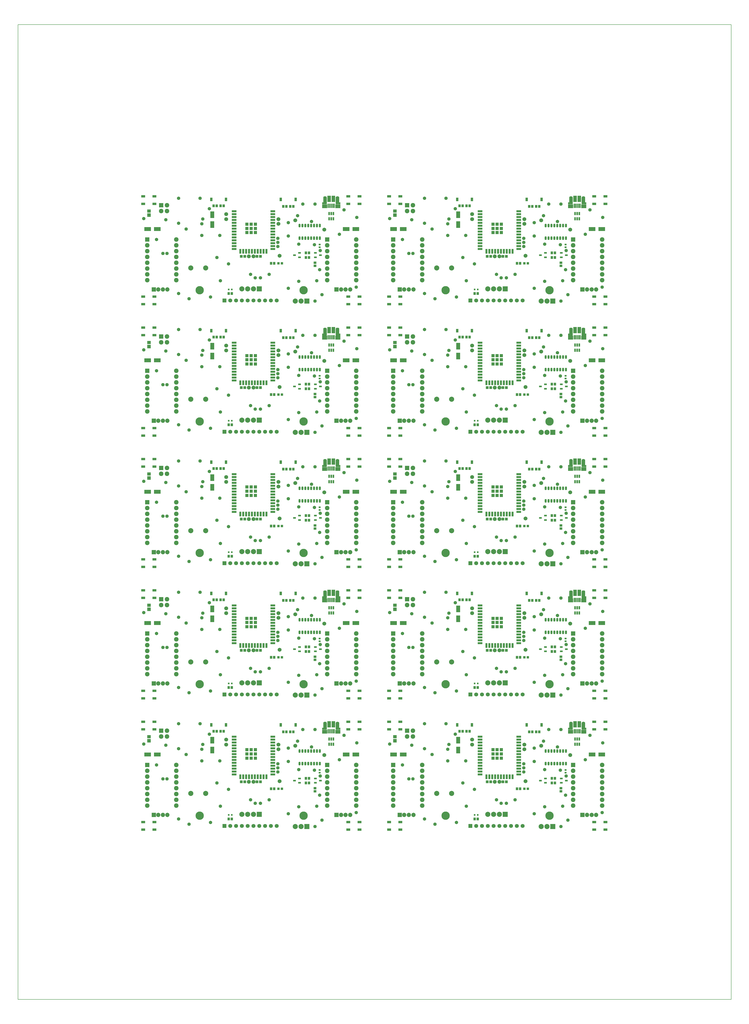
<source format=gts>
%FSTAX23Y23*%
%MOIN*%
%SFA1B1*%

%IPPOS*%
%AMD53*
4,1,8,0.016200,-0.022700,0.016200,0.022700,0.009200,0.029800,-0.009200,0.029800,-0.016200,0.022700,-0.016200,-0.022700,-0.009200,-0.029800,0.009200,-0.029800,0.016200,-0.022700,0.0*
1,1,0.014100,0.009200,-0.022700*
1,1,0.014100,0.009200,0.022700*
1,1,0.014100,-0.009200,0.022700*
1,1,0.014100,-0.009200,-0.022700*
%
%ADD15C,0.005000*%
%ADD18R,0.035430X0.029530*%
%ADD21R,0.025590X0.027560*%
%ADD28R,0.078740X0.035430*%
%ADD29R,0.035430X0.078740*%
%ADD30R,0.052360X0.052360*%
%ADD39R,0.070990X0.118240*%
%ADD40R,0.047370X0.043430*%
%ADD41R,0.118240X0.070990*%
%ADD42R,0.043430X0.047370*%
%ADD43R,0.031620X0.055240*%
%ADD44R,0.039500X0.039500*%
%ADD45R,0.023750X0.076900*%
%ADD46R,0.064100X0.106420*%
%ADD47R,0.067060X0.043430*%
%ADD48R,0.051310X0.031620*%
%ADD49R,0.041470X0.045400*%
%ADD50R,0.063120X0.063000*%
%ADD51R,0.063120X0.055240*%
%ADD52R,0.043430X0.063120*%
G04~CAMADD=53~8~0.0~0.0~595.8~324.1~70.5~0.0~15~0.0~0.0~0.0~0.0~0~0.0~0.0~0.0~0.0~0~0.0~0.0~0.0~270.0~324.0~596.0*
%ADD53D53*%
%ADD54C,0.067060*%
%ADD55R,0.045400X0.045400*%
%ADD56O,0.040000X0.057480*%
%ADD57O,0.055240X0.102490*%
%ADD58C,0.073000*%
%ADD59R,0.073000X0.073000*%
%ADD60C,0.088000*%
%ADD61R,0.088000X0.088000*%
%ADD62R,0.068000X0.068000*%
%ADD63C,0.068000*%
%ADD64C,0.008000*%
%ADD65C,0.078000*%
%ADD66R,0.078000X0.078000*%
%ADD67C,0.143430*%
%ADD68C,0.058000*%
%LNcontrolboardv1-1*%
%LPD*%
G36*
X05239Y04642D02*
X05326D01*
Y04577*
X05239*
Y04642*
G37*
G54D15*
X0Y0D02*
X12286D01*
Y16786*
X0*
Y0*
G36*
X05239Y04679D02*
X0526D01*
Y0476*
X0526Y04761*
X0526Y04762*
X0526Y04763*
X0526Y04764*
X0526Y04765*
X05261Y04766*
X05261Y04767*
X05261Y04768*
X05262Y04769*
X05262Y0477*
X05263Y04771*
X05263Y04772*
X05264Y04772*
X05265Y04773*
X05265Y04774*
X05266Y04775*
X05267Y04775*
X05268Y04776*
X05269Y04777*
X0527Y04777*
X0527Y04778*
X05271Y04778*
X05272Y04778*
X05273Y04779*
X05274Y04779*
X05275Y04779*
X05276Y04779*
X05277Y0478*
X05278Y0478*
X05279Y0478*
X05299*
X053Y0478*
X05301Y0478*
X05302Y04779*
X05303Y04779*
X05304Y04779*
X05305Y04779*
X05306Y04778*
X05307Y04778*
X05308Y04778*
X05309Y04777*
X0531Y04777*
X05311Y04776*
X05311Y04775*
X05312Y04775*
X05313Y04774*
X05314Y04773*
X05314Y04772*
X05315Y04772*
X05316Y04771*
X05316Y0477*
X05317Y04769*
X05317Y04768*
X05317Y04767*
X05318Y04766*
X05318Y04765*
X05318Y04764*
X05318Y04763*
X05319Y04762*
X05319Y04761*
X05319Y0476*
Y04644*
X05239*
Y04679*
G37*
G36*
X05467Y04642D02*
X05554D01*
Y04577*
X05467*
Y04642*
G37*
G36*
X05474Y0476D02*
X05474Y04761D01*
X05474Y04762*
X05474Y04763*
X05475Y04764*
X05475Y04765*
X05475Y04766*
X05476Y04767*
X05476Y04768*
X05476Y04769*
X05477Y0477*
X05477Y04771*
X05478Y04772*
X05479Y04772*
X05479Y04773*
X0548Y04774*
X05481Y04775*
X05482Y04775*
X05482Y04776*
X05483Y04777*
X05484Y04777*
X05485Y04778*
X05486Y04778*
X05487Y04778*
X05488Y04779*
X05489Y04779*
X0549Y04779*
X05491Y04779*
X05492Y0478*
X05493Y0478*
X05494Y0478*
X05514*
X05515Y0478*
X05516Y0478*
X05517Y04779*
X05518Y04779*
X05519Y04779*
X0552Y04779*
X05521Y04778*
X05522Y04778*
X05523Y04778*
X05523Y04777*
X05524Y04777*
X05525Y04776*
X05526Y04775*
X05527Y04775*
X05528Y04774*
X05528Y04773*
X05529Y04772*
X0553Y04772*
X0553Y04771*
X05531Y0477*
X05531Y04769*
X05532Y04768*
X05532Y04767*
X05532Y04766*
X05533Y04765*
X05533Y04764*
X05533Y04763*
X05533Y04762*
X05533Y04761*
X05533Y0476*
Y04679*
X05554*
Y04644*
X05474*
Y0476*
G37*
G54D18*
X05196Y03905D03*
Y03952D03*
G54D21*
X0363Y03178D03*
X03683D03*
G54D28*
X03722Y04523D03*
Y04473D03*
Y04423D03*
Y04373D03*
Y04323D03*
Y04273D03*
Y04223D03*
Y04173D03*
Y04123D03*
Y04073D03*
Y04023D03*
Y03973D03*
Y03923D03*
Y03873D03*
X04391D03*
Y03923D03*
Y03973D03*
Y04023D03*
Y04073D03*
Y04123D03*
Y04173D03*
Y04223D03*
Y04273D03*
Y04323D03*
Y04373D03*
Y04423D03*
Y04473D03*
Y04523D03*
G54D29*
X03831Y03834D03*
X03881D03*
X03931D03*
X03981D03*
X04031D03*
X04081D03*
X04131D03*
X04181D03*
X04231D03*
X04281D03*
G54D30*
X03945Y043D03*
X04017D03*
X04089D03*
X03945Y04228D03*
X04017D03*
X04089D03*
X03945Y04156D03*
X04017D03*
X04089D03*
G54D39*
X03346Y04294D03*
Y04463D03*
G54D40*
X05116Y03585D03*
Y03638D03*
G54D41*
X05821Y04218D03*
X05652D03*
X02232D03*
X02401D03*
G54D42*
X0363Y03108D03*
X03683D03*
G54D43*
X05359Y04484D03*
X05396D03*
X05434D03*
Y04393D03*
X05396D03*
X05359D03*
G54D44*
X04546Y03628D03*
X04487D03*
G54D45*
X05448Y04617D03*
X05422D03*
X05396D03*
X05371D03*
X05345D03*
G54D46*
X05434Y04738D03*
X05359D03*
G54D47*
X02349Y04652D03*
Y04782D03*
X02156Y04652D03*
Y04782D03*
Y03053D03*
Y02924D03*
X02349Y03053D03*
Y02924D03*
X0569Y03053D03*
Y02924D03*
X05883Y03053D03*
Y02924D03*
X0569Y04782D03*
Y04652D03*
X05883Y04782D03*
Y04652D03*
G54D48*
X0521Y03768D03*
X05123Y03731D03*
Y03806D03*
X04763Y03768D03*
X0485Y03806D03*
Y03731D03*
G54D49*
X05012Y03808D03*
X04961D03*
X05012Y03728D03*
X04961D03*
X04691Y04608D03*
X04742D03*
X03422Y04618D03*
X03371D03*
X04412Y03628D03*
X04361D03*
X04571Y04608D03*
X04622D03*
X03542Y04618D03*
X03491D03*
G54D50*
X02256Y04455D03*
G54D51*
X02256Y04525D03*
G54D52*
X04782Y04728D03*
X04526D03*
X03329D03*
X03584D03*
G54D53*
X05201Y0406D03*
X05151D03*
X05101D03*
X05051D03*
X05001D03*
X04951D03*
X04901D03*
X04851D03*
Y04277D03*
X04901D03*
X04951D03*
X05001D03*
X05051D03*
X05101D03*
X05151D03*
X05201D03*
G54D54*
X03586Y04388D03*
X04776Y04368D03*
X05276Y04208D03*
X03586Y04473D03*
X04486Y04388D03*
Y04308D03*
X04056Y03748D03*
X03976D03*
X04506Y03758D03*
G54D55*
X03847Y03748D03*
X03906D03*
X04176D03*
X04117D03*
G54D56*
X05492Y04609D03*
X05301D03*
G54D57*
X05504Y04728D03*
X05289D03*
G54D58*
X02418Y03178D03*
X02496D03*
X02575D03*
X05566D03*
X05645D03*
X05724D03*
G54D59*
X02339Y03178D03*
X05488D03*
G54D60*
X03856Y03188D03*
X04056D03*
X03956D03*
X04776Y02978D03*
X04876D03*
X03232Y03548D03*
X02976D03*
G54D61*
X04156Y03188D03*
X04976Y02978D03*
G54D62*
X03556Y02988D03*
G54D63*
X03656Y02988D03*
X03756D03*
X03856D03*
X03956D03*
X04056D03*
X04156D03*
X04256D03*
X04356D03*
X04456D03*
G54D64*
X02976Y03548D03*
G54D65*
X02726Y04038D03*
Y03838D03*
Y03938D03*
Y03738D03*
Y03638D03*
Y03538D03*
Y03438D03*
Y03338D03*
X02226D03*
Y03438D03*
Y03538D03*
Y03638D03*
Y03738D03*
Y03838D03*
Y03938D03*
X05826Y04038D03*
Y03838D03*
Y03938D03*
Y03738D03*
Y03638D03*
Y03538D03*
Y03438D03*
Y03338D03*
X05326D03*
Y03438D03*
Y03538D03*
Y03638D03*
Y03738D03*
Y03838D03*
Y03938D03*
X02466Y04528D03*
X02566Y04628D03*
Y04528D03*
G54D66*
X02226Y04038D03*
X05326D03*
X02466Y04628D03*
G54D67*
X03129Y03165D03*
X04921D03*
G54D68*
X05536Y04128D03*
X02566Y03798D03*
X02496D03*
X02386Y04038D03*
X03426Y03728D03*
X02546Y04378D03*
X02896Y04218D03*
X04086Y03378D03*
X04006Y03438D03*
X05236Y03088D03*
X05116Y02978D03*
X04326Y03438D03*
X04176Y03378D03*
X04476Y03918D03*
X05056Y04348D03*
X04656Y04098D03*
X05106Y03948D03*
X02766Y03108D03*
X03626Y03618D03*
X03486Y03328D03*
X03316Y03048D03*
X03476Y04108D03*
X03166D03*
X02766Y04318D03*
X04656Y03198D03*
X04836Y03318D03*
X05196Y03518D03*
X05146Y03328D03*
X05826Y03218D03*
X03166Y04308D03*
X02166Y04398D03*
X02766Y04748D03*
X03136D03*
X04836Y03958D03*
X04906Y04648D03*
X05116D03*
X05616Y04548D03*
X05836Y04418D03*
X02946Y03018D03*
X05206Y03848D03*
X04816Y04448D03*
X04656Y04328D03*
X03184Y0439D03*
X03296Y04568D03*
X04476Y04058D03*
Y03988D03*
G36*
X09476Y04642D02*
X09563D01*
Y04577*
X09476*
Y04642*
G37*
G36*
Y04679D02*
X09497D01*
Y0476*
X09497Y04761*
X09497Y04762*
X09497Y04763*
X09497Y04764*
X09497Y04765*
X09498Y04766*
X09498Y04767*
X09498Y04768*
X09499Y04769*
X09499Y0477*
X095Y04771*
X095Y04772*
X09501Y04772*
X09502Y04773*
X09502Y04774*
X09503Y04775*
X09504Y04775*
X09505Y04776*
X09506Y04777*
X09507Y04777*
X09507Y04778*
X09508Y04778*
X09509Y04778*
X0951Y04779*
X09511Y04779*
X09512Y04779*
X09513Y04779*
X09514Y0478*
X09515Y0478*
X09516Y0478*
X09536*
X09537Y0478*
X09538Y0478*
X09539Y04779*
X0954Y04779*
X09541Y04779*
X09542Y04779*
X09543Y04778*
X09544Y04778*
X09545Y04778*
X09546Y04777*
X09547Y04777*
X09548Y04776*
X09548Y04775*
X09549Y04775*
X0955Y04774*
X09551Y04773*
X09551Y04772*
X09552Y04772*
X09553Y04771*
X09553Y0477*
X09554Y04769*
X09554Y04768*
X09554Y04767*
X09555Y04766*
X09555Y04765*
X09555Y04764*
X09556Y04763*
X09556Y04762*
X09556Y04761*
X09556Y0476*
Y04644*
X09476*
Y04679*
G37*
G36*
X09704Y04642D02*
X09791D01*
Y04577*
X09704*
Y04642*
G37*
G36*
X09711Y0476D02*
X09711Y04761D01*
X09711Y04762*
X09712Y04763*
X09712Y04764*
X09712Y04765*
X09712Y04766*
X09713Y04767*
X09713Y04768*
X09713Y04769*
X09714Y0477*
X09714Y04771*
X09715Y04772*
X09716Y04772*
X09716Y04773*
X09717Y04774*
X09718Y04775*
X09719Y04775*
X09719Y04776*
X0972Y04777*
X09721Y04777*
X09722Y04778*
X09723Y04778*
X09724Y04778*
X09725Y04779*
X09726Y04779*
X09727Y04779*
X09728Y04779*
X09729Y0478*
X0973Y0478*
X09731Y0478*
X09751*
X09752Y0478*
X09753Y0478*
X09754Y04779*
X09755Y04779*
X09756Y04779*
X09757Y04779*
X09758Y04778*
X09759Y04778*
X0976Y04778*
X0976Y04777*
X09761Y04777*
X09762Y04776*
X09763Y04775*
X09764Y04775*
X09765Y04774*
X09765Y04773*
X09766Y04772*
X09767Y04772*
X09767Y04771*
X09768Y0477*
X09768Y04769*
X09769Y04768*
X09769Y04767*
X09769Y04766*
X0977Y04765*
X0977Y04764*
X0977Y04763*
X0977Y04762*
X0977Y04761*
X0977Y0476*
Y04679*
X09791*
Y04644*
X09711*
Y0476*
G37*
G54D18*
X09434Y03905D03*
Y03952D03*
G54D21*
X07867Y03178D03*
X0792D03*
G54D28*
X07959Y04523D03*
Y04473D03*
Y04423D03*
Y04373D03*
Y04323D03*
Y04273D03*
Y04223D03*
Y04173D03*
Y04123D03*
Y04073D03*
Y04023D03*
Y03973D03*
Y03923D03*
Y03873D03*
X08628D03*
Y03923D03*
Y03973D03*
Y04023D03*
Y04073D03*
Y04123D03*
Y04173D03*
Y04223D03*
Y04273D03*
Y04323D03*
Y04373D03*
Y04423D03*
Y04473D03*
Y04523D03*
G54D29*
X08069Y03834D03*
X08119D03*
X08169D03*
X08219D03*
X08269D03*
X08319D03*
X08369D03*
X08419D03*
X08469D03*
X08519D03*
G54D30*
X08182Y043D03*
X08254D03*
X08326D03*
X08182Y04228D03*
X08254D03*
X08326D03*
X08182Y04156D03*
X08254D03*
X08326D03*
G54D39*
X07584Y04294D03*
Y04463D03*
G54D40*
X09354Y03585D03*
Y03638D03*
G54D41*
X10058Y04218D03*
X09889D03*
X06469D03*
X06638D03*
G54D42*
X07867Y03108D03*
X0792D03*
G54D43*
X09596Y04484D03*
X09634D03*
X09671D03*
Y04393D03*
X09634D03*
X09596D03*
G54D44*
X08783Y03628D03*
X08724D03*
G54D45*
X09685Y04617D03*
X09659D03*
X09634D03*
X09608D03*
X09582D03*
G54D46*
X09671Y04738D03*
X09596D03*
G54D47*
X06586Y04652D03*
Y04782D03*
X06393Y04652D03*
Y04782D03*
Y03053D03*
Y02924D03*
X06586Y03053D03*
Y02924D03*
X09927Y03053D03*
Y02924D03*
X1012Y03053D03*
Y02924D03*
X09927Y04782D03*
Y04652D03*
X1012Y04782D03*
Y04652D03*
G54D48*
X09447Y03768D03*
X0936Y03731D03*
Y03806D03*
X09Y03768D03*
X09087Y03806D03*
Y03731D03*
G54D49*
X09249Y03808D03*
X09198D03*
X09249Y03728D03*
X09198D03*
X08928Y04608D03*
X08979D03*
X07659Y04618D03*
X07608D03*
X08649Y03628D03*
X08598D03*
X08808Y04608D03*
X08859D03*
X07779Y04618D03*
X07728D03*
G54D50*
X06494Y04455D03*
G54D51*
X06494Y04525D03*
G54D52*
X09019Y04728D03*
X08764D03*
X07566D03*
X07821D03*
G54D53*
X09439Y0406D03*
X09389D03*
X09339D03*
X09289D03*
X09239D03*
X09189D03*
X09139D03*
X09089D03*
Y04277D03*
X09139D03*
X09189D03*
X09239D03*
X09289D03*
X09339D03*
X09389D03*
X09439D03*
G54D54*
X07824Y04388D03*
X09014Y04368D03*
X09514Y04208D03*
X07824Y04473D03*
X08724Y04388D03*
Y04308D03*
X08294Y03748D03*
X08214D03*
X08744Y03758D03*
G54D55*
X08084Y03748D03*
X08144D03*
X08413D03*
X08354D03*
G54D56*
X09729Y04609D03*
X09538D03*
G54D57*
X09741Y04728D03*
X09526D03*
G54D58*
X06655Y03178D03*
X06734D03*
X06812D03*
X09804D03*
X09882D03*
X09961D03*
G54D59*
X06576Y03178D03*
X09725D03*
G54D60*
X08094Y03188D03*
X08294D03*
X08194D03*
X09014Y02978D03*
X09114D03*
X07469Y03548D03*
X07214D03*
G54D61*
X08394Y03188D03*
X09214Y02978D03*
G54D62*
X07794Y02988D03*
G54D63*
X07894Y02988D03*
X07994D03*
X08094D03*
X08194D03*
X08294D03*
X08394D03*
X08494D03*
X08594D03*
X08694D03*
G54D64*
X07214Y03548D03*
G54D65*
X06964Y04038D03*
Y03838D03*
Y03938D03*
Y03738D03*
Y03638D03*
Y03538D03*
Y03438D03*
Y03338D03*
X06464D03*
Y03438D03*
Y03538D03*
Y03638D03*
Y03738D03*
Y03838D03*
Y03938D03*
X10064Y04038D03*
Y03838D03*
Y03938D03*
Y03738D03*
Y03638D03*
Y03538D03*
Y03438D03*
Y03338D03*
X09564D03*
Y03438D03*
Y03538D03*
Y03638D03*
Y03738D03*
Y03838D03*
Y03938D03*
X06704Y04528D03*
X06804Y04628D03*
Y04528D03*
G54D66*
X06464Y04038D03*
X09564D03*
X06704Y04628D03*
G54D67*
X07366Y03165D03*
X09158D03*
G54D68*
X09774Y04128D03*
X06804Y03798D03*
X06734D03*
X06624Y04038D03*
X07664Y03728D03*
X06784Y04378D03*
X07134Y04218D03*
X08324Y03378D03*
X08244Y03438D03*
X09474Y03088D03*
X09354Y02978D03*
X08564Y03438D03*
X08414Y03378D03*
X08714Y03918D03*
X09294Y04348D03*
X08894Y04098D03*
X09344Y03948D03*
X07004Y03108D03*
X07864Y03618D03*
X07724Y03328D03*
X07554Y03048D03*
X07714Y04108D03*
X07404D03*
X07004Y04318D03*
X08894Y03198D03*
X09074Y03318D03*
X09434Y03518D03*
X09384Y03328D03*
X10064Y03218D03*
X07404Y04308D03*
X06404Y04398D03*
X07004Y04748D03*
X07374D03*
X09074Y03958D03*
X09144Y04648D03*
X09354D03*
X09854Y04548D03*
X10074Y04418D03*
X07184Y03018D03*
X09444Y03848D03*
X09054Y04448D03*
X08894Y04328D03*
X07422Y0439D03*
X07534Y04568D03*
X08714Y04058D03*
Y03988D03*
G36*
X05239Y06904D02*
X05326D01*
Y06839*
X05239*
Y06904*
G37*
G36*
Y06941D02*
X0526D01*
Y07022*
X0526Y07023*
X0526Y07024*
X0526Y07025*
X0526Y07026*
X0526Y07027*
X05261Y07028*
X05261Y07029*
X05261Y0703*
X05262Y07031*
X05262Y07032*
X05263Y07033*
X05263Y07034*
X05264Y07034*
X05265Y07035*
X05265Y07036*
X05266Y07037*
X05267Y07037*
X05268Y07038*
X05269Y07039*
X0527Y07039*
X0527Y0704*
X05271Y0704*
X05272Y0704*
X05273Y07041*
X05274Y07041*
X05275Y07041*
X05276Y07041*
X05277Y07042*
X05278Y07042*
X05279Y07042*
X05299*
X053Y07042*
X05301Y07042*
X05302Y07041*
X05303Y07041*
X05304Y07041*
X05305Y07041*
X05306Y0704*
X05307Y0704*
X05308Y0704*
X05309Y07039*
X0531Y07039*
X05311Y07038*
X05311Y07037*
X05312Y07037*
X05313Y07036*
X05314Y07035*
X05314Y07034*
X05315Y07034*
X05316Y07033*
X05316Y07032*
X05317Y07031*
X05317Y0703*
X05317Y07029*
X05318Y07028*
X05318Y07027*
X05318Y07026*
X05318Y07025*
X05319Y07024*
X05319Y07023*
X05319Y07022*
Y06906*
X05239*
Y06941*
G37*
G36*
X05467Y06904D02*
X05554D01*
Y06839*
X05467*
Y06904*
G37*
G36*
X05474Y07022D02*
X05474Y07023D01*
X05474Y07024*
X05474Y07025*
X05475Y07026*
X05475Y07027*
X05475Y07028*
X05476Y07029*
X05476Y0703*
X05476Y07031*
X05477Y07032*
X05477Y07033*
X05478Y07034*
X05479Y07034*
X05479Y07035*
X0548Y07036*
X05481Y07037*
X05482Y07037*
X05482Y07038*
X05483Y07039*
X05484Y07039*
X05485Y0704*
X05486Y0704*
X05487Y0704*
X05488Y07041*
X05489Y07041*
X0549Y07041*
X05491Y07041*
X05492Y07042*
X05493Y07042*
X05494Y07042*
X05514*
X05515Y07042*
X05516Y07042*
X05517Y07041*
X05518Y07041*
X05519Y07041*
X0552Y07041*
X05521Y0704*
X05522Y0704*
X05523Y0704*
X05523Y07039*
X05524Y07039*
X05525Y07038*
X05526Y07037*
X05527Y07037*
X05528Y07036*
X05528Y07035*
X05529Y07034*
X0553Y07034*
X0553Y07033*
X05531Y07032*
X05531Y07031*
X05532Y0703*
X05532Y07029*
X05532Y07028*
X05533Y07027*
X05533Y07026*
X05533Y07025*
X05533Y07024*
X05533Y07023*
X05533Y07022*
Y06941*
X05554*
Y06906*
X05474*
Y07022*
G37*
G54D18*
X05196Y06167D03*
Y06214D03*
G54D21*
X0363Y0544D03*
X03683D03*
G54D28*
X03722Y06785D03*
Y06735D03*
Y06685D03*
Y06635D03*
Y06585D03*
Y06535D03*
Y06485D03*
Y06435D03*
Y06385D03*
Y06335D03*
Y06285D03*
Y06235D03*
Y06185D03*
Y06135D03*
X04391D03*
Y06185D03*
Y06235D03*
Y06285D03*
Y06335D03*
Y06385D03*
Y06435D03*
Y06485D03*
Y06535D03*
Y06585D03*
Y06635D03*
Y06685D03*
Y06735D03*
Y06785D03*
G54D29*
X03831Y06096D03*
X03881D03*
X03931D03*
X03981D03*
X04031D03*
X04081D03*
X04131D03*
X04181D03*
X04231D03*
X04281D03*
G54D30*
X03945Y06562D03*
X04017D03*
X04089D03*
X03945Y0649D03*
X04017D03*
X04089D03*
X03945Y06418D03*
X04017D03*
X04089D03*
G54D39*
X03346Y06556D03*
Y06725D03*
G54D40*
X05116Y05847D03*
Y059D03*
G54D41*
X05821Y0648D03*
X05652D03*
X02232D03*
X02401D03*
G54D42*
X0363Y0537D03*
X03683D03*
G54D43*
X05359Y06746D03*
X05396D03*
X05434D03*
Y06655D03*
X05396D03*
X05359D03*
G54D44*
X04546Y0589D03*
X04487D03*
G54D45*
X05448Y06879D03*
X05422D03*
X05396D03*
X05371D03*
X05345D03*
G54D46*
X05434Y07D03*
X05359D03*
G54D47*
X02349Y06914D03*
Y07044D03*
X02156Y06914D03*
Y07044D03*
Y05315D03*
Y05186D03*
X02349Y05315D03*
Y05186D03*
X0569Y05315D03*
Y05186D03*
X05883Y05315D03*
Y05186D03*
X0569Y07044D03*
Y06914D03*
X05883Y07044D03*
Y06914D03*
G54D48*
X0521Y0603D03*
X05123Y05993D03*
Y06068D03*
X04763Y0603D03*
X0485Y06068D03*
Y05993D03*
G54D49*
X05012Y0607D03*
X04961D03*
X05012Y0599D03*
X04961D03*
X04691Y0687D03*
X04742D03*
X03422Y0688D03*
X03371D03*
X04412Y0589D03*
X04361D03*
X04571Y0687D03*
X04622D03*
X03542Y0688D03*
X03491D03*
G54D50*
X02256Y06717D03*
G54D51*
X02256Y06787D03*
G54D52*
X04782Y0699D03*
X04526D03*
X03329D03*
X03584D03*
G54D53*
X05201Y06322D03*
X05151D03*
X05101D03*
X05051D03*
X05001D03*
X04951D03*
X04901D03*
X04851D03*
Y06539D03*
X04901D03*
X04951D03*
X05001D03*
X05051D03*
X05101D03*
X05151D03*
X05201D03*
G54D54*
X03586Y0665D03*
X04776Y0663D03*
X05276Y0647D03*
X03586Y06735D03*
X04486Y0665D03*
Y0657D03*
X04056Y0601D03*
X03976D03*
X04506Y0602D03*
G54D55*
X03847Y0601D03*
X03906D03*
X04176D03*
X04117D03*
G54D56*
X05492Y06871D03*
X05301D03*
G54D57*
X05504Y0699D03*
X05289D03*
G54D58*
X02418Y0544D03*
X02496D03*
X02575D03*
X05566D03*
X05645D03*
X05724D03*
G54D59*
X02339Y0544D03*
X05488D03*
G54D60*
X03856Y0545D03*
X04056D03*
X03956D03*
X04776Y0524D03*
X04876D03*
X03232Y0581D03*
X02976D03*
G54D61*
X04156Y0545D03*
X04976Y0524D03*
G54D62*
X03556Y0525D03*
G54D63*
X03656Y0525D03*
X03756D03*
X03856D03*
X03956D03*
X04056D03*
X04156D03*
X04256D03*
X04356D03*
X04456D03*
G54D64*
X02976Y0581D03*
G54D65*
X02726Y063D03*
Y061D03*
Y062D03*
Y06D03*
Y059D03*
Y058D03*
Y057D03*
Y056D03*
X02226D03*
Y057D03*
Y058D03*
Y059D03*
Y06D03*
Y061D03*
Y062D03*
X05826Y063D03*
Y061D03*
Y062D03*
Y06D03*
Y059D03*
Y058D03*
Y057D03*
Y056D03*
X05326D03*
Y057D03*
Y058D03*
Y059D03*
Y06D03*
Y061D03*
Y062D03*
X02466Y0679D03*
X02566Y0689D03*
Y0679D03*
G54D66*
X02226Y063D03*
X05326D03*
X02466Y0689D03*
G54D67*
X03129Y05427D03*
X04921D03*
G54D68*
X05536Y0639D03*
X02566Y0606D03*
X02496D03*
X02386Y063D03*
X03426Y0599D03*
X02546Y0664D03*
X02896Y0648D03*
X04086Y0564D03*
X04006Y057D03*
X05236Y0535D03*
X05116Y0524D03*
X04326Y057D03*
X04176Y0564D03*
X04476Y0618D03*
X05056Y0661D03*
X04656Y0636D03*
X05106Y0621D03*
X02766Y0537D03*
X03626Y0588D03*
X03486Y0559D03*
X03316Y0531D03*
X03476Y0637D03*
X03166D03*
X02766Y0658D03*
X04656Y0546D03*
X04836Y0558D03*
X05196Y0578D03*
X05146Y0559D03*
X05826Y0548D03*
X03166Y0657D03*
X02166Y0666D03*
X02766Y0701D03*
X03136D03*
X04836Y0622D03*
X04906Y0691D03*
X05116D03*
X05616Y0681D03*
X05836Y0668D03*
X02946Y0528D03*
X05206Y0611D03*
X04816Y0671D03*
X04656Y0659D03*
X03184Y06652D03*
X03296Y0683D03*
X04476Y0632D03*
Y0625D03*
G36*
X09476Y06904D02*
X09563D01*
Y06839*
X09476*
Y06904*
G37*
G36*
Y06941D02*
X09497D01*
Y07022*
X09497Y07023*
X09497Y07024*
X09497Y07025*
X09497Y07026*
X09497Y07027*
X09498Y07028*
X09498Y07029*
X09498Y0703*
X09499Y07031*
X09499Y07032*
X095Y07033*
X095Y07034*
X09501Y07034*
X09502Y07035*
X09502Y07036*
X09503Y07037*
X09504Y07037*
X09505Y07038*
X09506Y07039*
X09507Y07039*
X09507Y0704*
X09508Y0704*
X09509Y0704*
X0951Y07041*
X09511Y07041*
X09512Y07041*
X09513Y07041*
X09514Y07042*
X09515Y07042*
X09516Y07042*
X09536*
X09537Y07042*
X09538Y07042*
X09539Y07041*
X0954Y07041*
X09541Y07041*
X09542Y07041*
X09543Y0704*
X09544Y0704*
X09545Y0704*
X09546Y07039*
X09547Y07039*
X09548Y07038*
X09548Y07037*
X09549Y07037*
X0955Y07036*
X09551Y07035*
X09551Y07034*
X09552Y07034*
X09553Y07033*
X09553Y07032*
X09554Y07031*
X09554Y0703*
X09554Y07029*
X09555Y07028*
X09555Y07027*
X09555Y07026*
X09556Y07025*
X09556Y07024*
X09556Y07023*
X09556Y07022*
Y06906*
X09476*
Y06941*
G37*
G36*
X09704Y06904D02*
X09791D01*
Y06839*
X09704*
Y06904*
G37*
G36*
X09711Y07022D02*
X09711Y07023D01*
X09711Y07024*
X09712Y07025*
X09712Y07026*
X09712Y07027*
X09712Y07028*
X09713Y07029*
X09713Y0703*
X09713Y07031*
X09714Y07032*
X09714Y07033*
X09715Y07034*
X09716Y07034*
X09716Y07035*
X09717Y07036*
X09718Y07037*
X09719Y07037*
X09719Y07038*
X0972Y07039*
X09721Y07039*
X09722Y0704*
X09723Y0704*
X09724Y0704*
X09725Y07041*
X09726Y07041*
X09727Y07041*
X09728Y07041*
X09729Y07042*
X0973Y07042*
X09731Y07042*
X09751*
X09752Y07042*
X09753Y07042*
X09754Y07041*
X09755Y07041*
X09756Y07041*
X09757Y07041*
X09758Y0704*
X09759Y0704*
X0976Y0704*
X0976Y07039*
X09761Y07039*
X09762Y07038*
X09763Y07037*
X09764Y07037*
X09765Y07036*
X09765Y07035*
X09766Y07034*
X09767Y07034*
X09767Y07033*
X09768Y07032*
X09768Y07031*
X09769Y0703*
X09769Y07029*
X09769Y07028*
X0977Y07027*
X0977Y07026*
X0977Y07025*
X0977Y07024*
X0977Y07023*
X0977Y07022*
Y06941*
X09791*
Y06906*
X09711*
Y07022*
G37*
G54D18*
X09434Y06167D03*
Y06214D03*
G54D21*
X07867Y0544D03*
X0792D03*
G54D28*
X07959Y06785D03*
Y06735D03*
Y06685D03*
Y06635D03*
Y06585D03*
Y06535D03*
Y06485D03*
Y06435D03*
Y06385D03*
Y06335D03*
Y06285D03*
Y06235D03*
Y06185D03*
Y06135D03*
X08628D03*
Y06185D03*
Y06235D03*
Y06285D03*
Y06335D03*
Y06385D03*
Y06435D03*
Y06485D03*
Y06535D03*
Y06585D03*
Y06635D03*
Y06685D03*
Y06735D03*
Y06785D03*
G54D29*
X08069Y06096D03*
X08119D03*
X08169D03*
X08219D03*
X08269D03*
X08319D03*
X08369D03*
X08419D03*
X08469D03*
X08519D03*
G54D30*
X08182Y06562D03*
X08254D03*
X08326D03*
X08182Y0649D03*
X08254D03*
X08326D03*
X08182Y06418D03*
X08254D03*
X08326D03*
G54D39*
X07584Y06556D03*
Y06725D03*
G54D40*
X09354Y05847D03*
Y059D03*
G54D41*
X10058Y0648D03*
X09889D03*
X06469D03*
X06638D03*
G54D42*
X07867Y0537D03*
X0792D03*
G54D43*
X09596Y06746D03*
X09634D03*
X09671D03*
Y06655D03*
X09634D03*
X09596D03*
G54D44*
X08783Y0589D03*
X08724D03*
G54D45*
X09685Y06879D03*
X09659D03*
X09634D03*
X09608D03*
X09582D03*
G54D46*
X09671Y07D03*
X09596D03*
G54D47*
X06586Y06914D03*
Y07044D03*
X06393Y06914D03*
Y07044D03*
Y05315D03*
Y05186D03*
X06586Y05315D03*
Y05186D03*
X09927Y05315D03*
Y05186D03*
X1012Y05315D03*
Y05186D03*
X09927Y07044D03*
Y06914D03*
X1012Y07044D03*
Y06914D03*
G54D48*
X09447Y0603D03*
X0936Y05993D03*
Y06068D03*
X09Y0603D03*
X09087Y06068D03*
Y05993D03*
G54D49*
X09249Y0607D03*
X09198D03*
X09249Y0599D03*
X09198D03*
X08928Y0687D03*
X08979D03*
X07659Y0688D03*
X07608D03*
X08649Y0589D03*
X08598D03*
X08808Y0687D03*
X08859D03*
X07779Y0688D03*
X07728D03*
G54D50*
X06494Y06717D03*
G54D51*
X06494Y06787D03*
G54D52*
X09019Y0699D03*
X08764D03*
X07566D03*
X07821D03*
G54D53*
X09439Y06322D03*
X09389D03*
X09339D03*
X09289D03*
X09239D03*
X09189D03*
X09139D03*
X09089D03*
Y06539D03*
X09139D03*
X09189D03*
X09239D03*
X09289D03*
X09339D03*
X09389D03*
X09439D03*
G54D54*
X07824Y0665D03*
X09014Y0663D03*
X09514Y0647D03*
X07824Y06735D03*
X08724Y0665D03*
Y0657D03*
X08294Y0601D03*
X08214D03*
X08744Y0602D03*
G54D55*
X08084Y0601D03*
X08144D03*
X08413D03*
X08354D03*
G54D56*
X09729Y06871D03*
X09538D03*
G54D57*
X09741Y0699D03*
X09526D03*
G54D58*
X06655Y0544D03*
X06734D03*
X06812D03*
X09804D03*
X09882D03*
X09961D03*
G54D59*
X06576Y0544D03*
X09725D03*
G54D60*
X08094Y0545D03*
X08294D03*
X08194D03*
X09014Y0524D03*
X09114D03*
X07469Y0581D03*
X07214D03*
G54D61*
X08394Y0545D03*
X09214Y0524D03*
G54D62*
X07794Y0525D03*
G54D63*
X07894Y0525D03*
X07994D03*
X08094D03*
X08194D03*
X08294D03*
X08394D03*
X08494D03*
X08594D03*
X08694D03*
G54D64*
X07214Y0581D03*
G54D65*
X06964Y063D03*
Y061D03*
Y062D03*
Y06D03*
Y059D03*
Y058D03*
Y057D03*
Y056D03*
X06464D03*
Y057D03*
Y058D03*
Y059D03*
Y06D03*
Y061D03*
Y062D03*
X10064Y063D03*
Y061D03*
Y062D03*
Y06D03*
Y059D03*
Y058D03*
Y057D03*
Y056D03*
X09564D03*
Y057D03*
Y058D03*
Y059D03*
Y06D03*
Y061D03*
Y062D03*
X06704Y0679D03*
X06804Y0689D03*
Y0679D03*
G54D66*
X06464Y063D03*
X09564D03*
X06704Y0689D03*
G54D67*
X07366Y05427D03*
X09158D03*
G54D68*
X09774Y0639D03*
X06804Y0606D03*
X06734D03*
X06624Y063D03*
X07664Y0599D03*
X06784Y0664D03*
X07134Y0648D03*
X08324Y0564D03*
X08244Y057D03*
X09474Y0535D03*
X09354Y0524D03*
X08564Y057D03*
X08414Y0564D03*
X08714Y0618D03*
X09294Y0661D03*
X08894Y0636D03*
X09344Y0621D03*
X07004Y0537D03*
X07864Y0588D03*
X07724Y0559D03*
X07554Y0531D03*
X07714Y0637D03*
X07404D03*
X07004Y0658D03*
X08894Y0546D03*
X09074Y0558D03*
X09434Y0578D03*
X09384Y0559D03*
X10064Y0548D03*
X07404Y0657D03*
X06404Y0666D03*
X07004Y0701D03*
X07374D03*
X09074Y0622D03*
X09144Y0691D03*
X09354D03*
X09854Y0681D03*
X10074Y0668D03*
X07184Y0528D03*
X09444Y0611D03*
X09054Y0671D03*
X08894Y0659D03*
X07422Y06652D03*
X07534Y0683D03*
X08714Y0632D03*
Y0625D03*
G36*
X05239Y09165D02*
X05326D01*
Y091*
X05239*
Y09165*
G37*
G36*
Y09202D02*
X0526D01*
Y09283*
X0526Y09284*
X0526Y09285*
X0526Y09286*
X0526Y09287*
X0526Y09288*
X05261Y09289*
X05261Y0929*
X05261Y09291*
X05262Y09292*
X05262Y09293*
X05263Y09294*
X05263Y09295*
X05264Y09295*
X05265Y09296*
X05265Y09297*
X05266Y09298*
X05267Y09298*
X05268Y09299*
X05269Y093*
X0527Y093*
X0527Y09301*
X05271Y09301*
X05272Y09301*
X05273Y09302*
X05274Y09302*
X05275Y09302*
X05276Y09302*
X05277Y09303*
X05278Y09303*
X05279Y09303*
X05299*
X053Y09303*
X05301Y09303*
X05302Y09302*
X05303Y09302*
X05304Y09302*
X05305Y09302*
X05306Y09301*
X05307Y09301*
X05308Y09301*
X05309Y093*
X0531Y093*
X05311Y09299*
X05311Y09298*
X05312Y09298*
X05313Y09297*
X05314Y09296*
X05314Y09295*
X05315Y09295*
X05316Y09294*
X05316Y09293*
X05317Y09292*
X05317Y09291*
X05317Y0929*
X05318Y09289*
X05318Y09288*
X05318Y09287*
X05318Y09286*
X05319Y09285*
X05319Y09284*
X05319Y09283*
Y09167*
X05239*
Y09202*
G37*
G36*
X05467Y09165D02*
X05554D01*
Y091*
X05467*
Y09165*
G37*
G36*
X05474Y09283D02*
X05474Y09284D01*
X05474Y09285*
X05474Y09286*
X05475Y09287*
X05475Y09288*
X05475Y09289*
X05476Y0929*
X05476Y09291*
X05476Y09292*
X05477Y09293*
X05477Y09294*
X05478Y09295*
X05479Y09295*
X05479Y09296*
X0548Y09297*
X05481Y09298*
X05482Y09298*
X05482Y09299*
X05483Y093*
X05484Y093*
X05485Y09301*
X05486Y09301*
X05487Y09301*
X05488Y09302*
X05489Y09302*
X0549Y09302*
X05491Y09302*
X05492Y09303*
X05493Y09303*
X05494Y09303*
X05514*
X05515Y09303*
X05516Y09303*
X05517Y09302*
X05518Y09302*
X05519Y09302*
X0552Y09302*
X05521Y09301*
X05522Y09301*
X05523Y09301*
X05523Y093*
X05524Y093*
X05525Y09299*
X05526Y09298*
X05527Y09298*
X05528Y09297*
X05528Y09296*
X05529Y09295*
X0553Y09295*
X0553Y09294*
X05531Y09293*
X05531Y09292*
X05532Y09291*
X05532Y0929*
X05532Y09289*
X05533Y09288*
X05533Y09287*
X05533Y09286*
X05533Y09285*
X05533Y09284*
X05533Y09283*
Y09202*
X05554*
Y09167*
X05474*
Y09283*
G37*
G54D18*
X05196Y08428D03*
Y08475D03*
G54D21*
X0363Y07702D03*
X03683D03*
G54D28*
X03722Y09046D03*
Y08996D03*
Y08946D03*
Y08896D03*
Y08846D03*
Y08796D03*
Y08746D03*
Y08696D03*
Y08646D03*
Y08596D03*
Y08546D03*
Y08496D03*
Y08446D03*
Y08396D03*
X04391D03*
Y08446D03*
Y08496D03*
Y08546D03*
Y08596D03*
Y08646D03*
Y08696D03*
Y08746D03*
Y08796D03*
Y08846D03*
Y08896D03*
Y08946D03*
Y08996D03*
Y09046D03*
G54D29*
X03831Y08358D03*
X03881D03*
X03931D03*
X03981D03*
X04031D03*
X04081D03*
X04131D03*
X04181D03*
X04231D03*
X04281D03*
G54D30*
X03945Y08823D03*
X04017D03*
X04089D03*
X03945Y08751D03*
X04017D03*
X04089D03*
X03945Y08679D03*
X04017D03*
X04089D03*
G54D39*
X03346Y08817D03*
Y08986D03*
G54D40*
X05116Y08109D03*
Y08162D03*
G54D41*
X05821Y08742D03*
X05652D03*
X02232D03*
X02401D03*
G54D42*
X0363Y07632D03*
X03683D03*
G54D43*
X05359Y09007D03*
X05396D03*
X05434D03*
Y08916D03*
X05396D03*
X05359D03*
G54D44*
X04546Y08152D03*
X04487D03*
G54D45*
X05448Y0914D03*
X05422D03*
X05396D03*
X05371D03*
X05345D03*
G54D46*
X05434Y09261D03*
X05359D03*
G54D47*
X02349Y09175D03*
Y09305D03*
X02156Y09175D03*
Y09305D03*
Y07577D03*
Y07448D03*
X02349Y07577D03*
Y07448D03*
X0569Y07577D03*
Y07448D03*
X05883Y07577D03*
Y07448D03*
X0569Y09305D03*
Y09175D03*
X05883Y09305D03*
Y09175D03*
G54D48*
X0521Y08292D03*
X05123Y08255D03*
Y0833D03*
X04763Y08292D03*
X0485Y0833D03*
Y08255D03*
G54D49*
X05012Y08332D03*
X04961D03*
X05012Y08252D03*
X04961D03*
X04691Y09132D03*
X04742D03*
X03422Y09142D03*
X03371D03*
X04412Y08152D03*
X04361D03*
X04571Y09132D03*
X04622D03*
X03542Y09142D03*
X03491D03*
G54D50*
X02256Y08979D03*
G54D51*
X02256Y09049D03*
G54D52*
X04782Y09252D03*
X04526D03*
X03329D03*
X03584D03*
G54D53*
X05201Y08583D03*
X05151D03*
X05101D03*
X05051D03*
X05001D03*
X04951D03*
X04901D03*
X04851D03*
Y088D03*
X04901D03*
X04951D03*
X05001D03*
X05051D03*
X05101D03*
X05151D03*
X05201D03*
G54D54*
X03586Y08912D03*
X04776Y08892D03*
X05276Y08732D03*
X03586Y08996D03*
X04486Y08912D03*
Y08832D03*
X04056Y08272D03*
X03976D03*
X04506Y08282D03*
G54D55*
X03847Y08272D03*
X03906D03*
X04176D03*
X04117D03*
G54D56*
X05492Y09132D03*
X05301D03*
G54D57*
X05504Y09252D03*
X05289D03*
G54D58*
X02418Y07702D03*
X02496D03*
X02575D03*
X05566D03*
X05645D03*
X05724D03*
G54D59*
X02339Y07702D03*
X05488D03*
G54D60*
X03856Y07712D03*
X04056D03*
X03956D03*
X04776Y07502D03*
X04876D03*
X03232Y08072D03*
X02976D03*
G54D61*
X04156Y07712D03*
X04976Y07502D03*
G54D62*
X03556Y07512D03*
G54D63*
X03656Y07512D03*
X03756D03*
X03856D03*
X03956D03*
X04056D03*
X04156D03*
X04256D03*
X04356D03*
X04456D03*
G54D64*
X02976Y08072D03*
G54D65*
X02726Y08562D03*
Y08362D03*
Y08462D03*
Y08262D03*
Y08162D03*
Y08062D03*
Y07962D03*
Y07862D03*
X02226D03*
Y07962D03*
Y08062D03*
Y08162D03*
Y08262D03*
Y08362D03*
Y08462D03*
X05826Y08562D03*
Y08362D03*
Y08462D03*
Y08262D03*
Y08162D03*
Y08062D03*
Y07962D03*
Y07862D03*
X05326D03*
Y07962D03*
Y08062D03*
Y08162D03*
Y08262D03*
Y08362D03*
Y08462D03*
X02466Y09052D03*
X02566Y09152D03*
Y09052D03*
G54D66*
X02226Y08562D03*
X05326D03*
X02466Y09152D03*
G54D67*
X03129Y07689D03*
X04921D03*
G54D68*
X05536Y08652D03*
X02566Y08322D03*
X02496D03*
X02386Y08562D03*
X03426Y08252D03*
X02546Y08902D03*
X02896Y08742D03*
X04086Y07902D03*
X04006Y07962D03*
X05236Y07612D03*
X05116Y07502D03*
X04326Y07962D03*
X04176Y07902D03*
X04476Y08442D03*
X05056Y08872D03*
X04656Y08622D03*
X05106Y08472D03*
X02766Y07632D03*
X03626Y08142D03*
X03486Y07852D03*
X03316Y07572D03*
X03476Y08632D03*
X03166D03*
X02766Y08842D03*
X04656Y07722D03*
X04836Y07842D03*
X05196Y08042D03*
X05146Y07852D03*
X05826Y07742D03*
X03166Y08832D03*
X02166Y08922D03*
X02766Y09272D03*
X03136D03*
X04836Y08482D03*
X04906Y09172D03*
X05116D03*
X05616Y09072D03*
X05836Y08942D03*
X02946Y07542D03*
X05206Y08372D03*
X04816Y08972D03*
X04656Y08852D03*
X03184Y08914D03*
X03296Y09092D03*
X04476Y08582D03*
Y08512D03*
G36*
X09476Y09165D02*
X09563D01*
Y091*
X09476*
Y09165*
G37*
G36*
Y09202D02*
X09497D01*
Y09283*
X09497Y09284*
X09497Y09285*
X09497Y09286*
X09497Y09287*
X09497Y09288*
X09498Y09289*
X09498Y0929*
X09498Y09291*
X09499Y09292*
X09499Y09293*
X095Y09294*
X095Y09295*
X09501Y09295*
X09502Y09296*
X09502Y09297*
X09503Y09298*
X09504Y09298*
X09505Y09299*
X09506Y093*
X09507Y093*
X09507Y09301*
X09508Y09301*
X09509Y09301*
X0951Y09302*
X09511Y09302*
X09512Y09302*
X09513Y09302*
X09514Y09303*
X09515Y09303*
X09516Y09303*
X09536*
X09537Y09303*
X09538Y09303*
X09539Y09302*
X0954Y09302*
X09541Y09302*
X09542Y09302*
X09543Y09301*
X09544Y09301*
X09545Y09301*
X09546Y093*
X09547Y093*
X09548Y09299*
X09548Y09298*
X09549Y09298*
X0955Y09297*
X09551Y09296*
X09551Y09295*
X09552Y09295*
X09553Y09294*
X09553Y09293*
X09554Y09292*
X09554Y09291*
X09554Y0929*
X09555Y09289*
X09555Y09288*
X09555Y09287*
X09556Y09286*
X09556Y09285*
X09556Y09284*
X09556Y09283*
Y09167*
X09476*
Y09202*
G37*
G36*
X09704Y09165D02*
X09791D01*
Y091*
X09704*
Y09165*
G37*
G36*
X09711Y09283D02*
X09711Y09284D01*
X09711Y09285*
X09712Y09286*
X09712Y09287*
X09712Y09288*
X09712Y09289*
X09713Y0929*
X09713Y09291*
X09713Y09292*
X09714Y09293*
X09714Y09294*
X09715Y09295*
X09716Y09295*
X09716Y09296*
X09717Y09297*
X09718Y09298*
X09719Y09298*
X09719Y09299*
X0972Y093*
X09721Y093*
X09722Y09301*
X09723Y09301*
X09724Y09301*
X09725Y09302*
X09726Y09302*
X09727Y09302*
X09728Y09302*
X09729Y09303*
X0973Y09303*
X09731Y09303*
X09751*
X09752Y09303*
X09753Y09303*
X09754Y09302*
X09755Y09302*
X09756Y09302*
X09757Y09302*
X09758Y09301*
X09759Y09301*
X0976Y09301*
X0976Y093*
X09761Y093*
X09762Y09299*
X09763Y09298*
X09764Y09298*
X09765Y09297*
X09765Y09296*
X09766Y09295*
X09767Y09295*
X09767Y09294*
X09768Y09293*
X09768Y09292*
X09769Y09291*
X09769Y0929*
X09769Y09289*
X0977Y09288*
X0977Y09287*
X0977Y09286*
X0977Y09285*
X0977Y09284*
X0977Y09283*
Y09202*
X09791*
Y09167*
X09711*
Y09283*
G37*
G54D18*
X09434Y08428D03*
Y08475D03*
G54D21*
X07867Y07702D03*
X0792D03*
G54D28*
X07959Y09046D03*
Y08996D03*
Y08946D03*
Y08896D03*
Y08846D03*
Y08796D03*
Y08746D03*
Y08696D03*
Y08646D03*
Y08596D03*
Y08546D03*
Y08496D03*
Y08446D03*
Y08396D03*
X08628D03*
Y08446D03*
Y08496D03*
Y08546D03*
Y08596D03*
Y08646D03*
Y08696D03*
Y08746D03*
Y08796D03*
Y08846D03*
Y08896D03*
Y08946D03*
Y08996D03*
Y09046D03*
G54D29*
X08069Y08358D03*
X08119D03*
X08169D03*
X08219D03*
X08269D03*
X08319D03*
X08369D03*
X08419D03*
X08469D03*
X08519D03*
G54D30*
X08182Y08823D03*
X08254D03*
X08326D03*
X08182Y08751D03*
X08254D03*
X08326D03*
X08182Y08679D03*
X08254D03*
X08326D03*
G54D39*
X07584Y08817D03*
Y08986D03*
G54D40*
X09354Y08109D03*
Y08162D03*
G54D41*
X10058Y08742D03*
X09889D03*
X06469D03*
X06638D03*
G54D42*
X07867Y07632D03*
X0792D03*
G54D43*
X09596Y09007D03*
X09634D03*
X09671D03*
Y08916D03*
X09634D03*
X09596D03*
G54D44*
X08783Y08152D03*
X08724D03*
G54D45*
X09685Y0914D03*
X09659D03*
X09634D03*
X09608D03*
X09582D03*
G54D46*
X09671Y09261D03*
X09596D03*
G54D47*
X06586Y09175D03*
Y09305D03*
X06393Y09175D03*
Y09305D03*
Y07577D03*
Y07448D03*
X06586Y07577D03*
Y07448D03*
X09927Y07577D03*
Y07448D03*
X1012Y07577D03*
Y07448D03*
X09927Y09305D03*
Y09175D03*
X1012Y09305D03*
Y09175D03*
G54D48*
X09447Y08292D03*
X0936Y08255D03*
Y0833D03*
X09Y08292D03*
X09087Y0833D03*
Y08255D03*
G54D49*
X09249Y08332D03*
X09198D03*
X09249Y08252D03*
X09198D03*
X08928Y09132D03*
X08979D03*
X07659Y09142D03*
X07608D03*
X08649Y08152D03*
X08598D03*
X08808Y09132D03*
X08859D03*
X07779Y09142D03*
X07728D03*
G54D50*
X06494Y08979D03*
G54D51*
X06494Y09049D03*
G54D52*
X09019Y09252D03*
X08764D03*
X07566D03*
X07821D03*
G54D53*
X09439Y08583D03*
X09389D03*
X09339D03*
X09289D03*
X09239D03*
X09189D03*
X09139D03*
X09089D03*
Y088D03*
X09139D03*
X09189D03*
X09239D03*
X09289D03*
X09339D03*
X09389D03*
X09439D03*
G54D54*
X07824Y08912D03*
X09014Y08892D03*
X09514Y08732D03*
X07824Y08996D03*
X08724Y08912D03*
Y08832D03*
X08294Y08272D03*
X08214D03*
X08744Y08282D03*
G54D55*
X08084Y08272D03*
X08144D03*
X08413D03*
X08354D03*
G54D56*
X09729Y09132D03*
X09538D03*
G54D57*
X09741Y09252D03*
X09526D03*
G54D58*
X06655Y07702D03*
X06734D03*
X06812D03*
X09804D03*
X09882D03*
X09961D03*
G54D59*
X06576Y07702D03*
X09725D03*
G54D60*
X08094Y07712D03*
X08294D03*
X08194D03*
X09014Y07502D03*
X09114D03*
X07469Y08072D03*
X07214D03*
G54D61*
X08394Y07712D03*
X09214Y07502D03*
G54D62*
X07794Y07512D03*
G54D63*
X07894Y07512D03*
X07994D03*
X08094D03*
X08194D03*
X08294D03*
X08394D03*
X08494D03*
X08594D03*
X08694D03*
G54D64*
X07214Y08072D03*
G54D65*
X06964Y08562D03*
Y08362D03*
Y08462D03*
Y08262D03*
Y08162D03*
Y08062D03*
Y07962D03*
Y07862D03*
X06464D03*
Y07962D03*
Y08062D03*
Y08162D03*
Y08262D03*
Y08362D03*
Y08462D03*
X10064Y08562D03*
Y08362D03*
Y08462D03*
Y08262D03*
Y08162D03*
Y08062D03*
Y07962D03*
Y07862D03*
X09564D03*
Y07962D03*
Y08062D03*
Y08162D03*
Y08262D03*
Y08362D03*
Y08462D03*
X06704Y09052D03*
X06804Y09152D03*
Y09052D03*
G54D66*
X06464Y08562D03*
X09564D03*
X06704Y09152D03*
G54D67*
X07366Y07689D03*
X09158D03*
G54D68*
X09774Y08652D03*
X06804Y08322D03*
X06734D03*
X06624Y08562D03*
X07664Y08252D03*
X06784Y08902D03*
X07134Y08742D03*
X08324Y07902D03*
X08244Y07962D03*
X09474Y07612D03*
X09354Y07502D03*
X08564Y07962D03*
X08414Y07902D03*
X08714Y08442D03*
X09294Y08872D03*
X08894Y08622D03*
X09344Y08472D03*
X07004Y07632D03*
X07864Y08142D03*
X07724Y07852D03*
X07554Y07572D03*
X07714Y08632D03*
X07404D03*
X07004Y08842D03*
X08894Y07722D03*
X09074Y07842D03*
X09434Y08042D03*
X09384Y07852D03*
X10064Y07742D03*
X07404Y08832D03*
X06404Y08922D03*
X07004Y09272D03*
X07374D03*
X09074Y08482D03*
X09144Y09172D03*
X09354D03*
X09854Y09072D03*
X10074Y08942D03*
X07184Y07542D03*
X09444Y08372D03*
X09054Y08972D03*
X08894Y08852D03*
X07422Y08914D03*
X07534Y09092D03*
X08714Y08582D03*
Y08512D03*
G36*
X05239Y11427D02*
X05326D01*
Y11362*
X05239*
Y11427*
G37*
G36*
Y11464D02*
X0526D01*
Y11545*
X0526Y11546*
X0526Y11547*
X0526Y11548*
X0526Y11549*
X0526Y1155*
X05261Y11551*
X05261Y11552*
X05261Y11553*
X05262Y11554*
X05262Y11555*
X05263Y11556*
X05263Y11557*
X05264Y11557*
X05265Y11558*
X05265Y11559*
X05266Y1156*
X05267Y1156*
X05268Y11561*
X05269Y11562*
X0527Y11562*
X0527Y11563*
X05271Y11563*
X05272Y11563*
X05273Y11564*
X05274Y11564*
X05275Y11564*
X05276Y11564*
X05277Y11565*
X05278Y11565*
X05279Y11565*
X05299*
X053Y11565*
X05301Y11565*
X05302Y11564*
X05303Y11564*
X05304Y11564*
X05305Y11564*
X05306Y11563*
X05307Y11563*
X05308Y11563*
X05309Y11562*
X0531Y11562*
X05311Y11561*
X05311Y1156*
X05312Y1156*
X05313Y11559*
X05314Y11558*
X05314Y11557*
X05315Y11557*
X05316Y11556*
X05316Y11555*
X05317Y11554*
X05317Y11553*
X05317Y11552*
X05318Y11551*
X05318Y1155*
X05318Y11549*
X05318Y11548*
X05319Y11547*
X05319Y11546*
X05319Y11545*
Y11429*
X05239*
Y11464*
G37*
G36*
X05467Y11427D02*
X05554D01*
Y11362*
X05467*
Y11427*
G37*
G36*
X05474Y11545D02*
X05474Y11546D01*
X05474Y11547*
X05474Y11548*
X05475Y11549*
X05475Y1155*
X05475Y11551*
X05476Y11552*
X05476Y11553*
X05476Y11554*
X05477Y11555*
X05477Y11556*
X05478Y11557*
X05479Y11557*
X05479Y11558*
X0548Y11559*
X05481Y1156*
X05482Y1156*
X05482Y11561*
X05483Y11562*
X05484Y11562*
X05485Y11563*
X05486Y11563*
X05487Y11563*
X05488Y11564*
X05489Y11564*
X0549Y11564*
X05491Y11564*
X05492Y11565*
X05493Y11565*
X05494Y11565*
X05514*
X05515Y11565*
X05516Y11565*
X05517Y11564*
X05518Y11564*
X05519Y11564*
X0552Y11564*
X05521Y11563*
X05522Y11563*
X05523Y11563*
X05523Y11562*
X05524Y11562*
X05525Y11561*
X05526Y1156*
X05527Y1156*
X05528Y11559*
X05528Y11558*
X05529Y11557*
X0553Y11557*
X0553Y11556*
X05531Y11555*
X05531Y11554*
X05532Y11553*
X05532Y11552*
X05532Y11551*
X05533Y1155*
X05533Y11549*
X05533Y11548*
X05533Y11547*
X05533Y11546*
X05533Y11545*
Y11464*
X05554*
Y11429*
X05474*
Y11545*
G37*
G54D18*
X05196Y1069D03*
Y10737D03*
G54D21*
X0363Y09964D03*
X03683D03*
G54D28*
X03722Y11308D03*
Y11258D03*
Y11208D03*
Y11158D03*
Y11108D03*
Y11058D03*
Y11008D03*
Y10958D03*
Y10908D03*
Y10858D03*
Y10808D03*
Y10758D03*
Y10708D03*
Y10658D03*
X04391D03*
Y10708D03*
Y10758D03*
Y10808D03*
Y10858D03*
Y10908D03*
Y10958D03*
Y11008D03*
Y11058D03*
Y11108D03*
Y11158D03*
Y11208D03*
Y11258D03*
Y11308D03*
G54D29*
X03831Y10619D03*
X03881D03*
X03931D03*
X03981D03*
X04031D03*
X04081D03*
X04131D03*
X04181D03*
X04231D03*
X04281D03*
G54D30*
X03945Y11085D03*
X04017D03*
X04089D03*
X03945Y11013D03*
X04017D03*
X04089D03*
X03945Y10941D03*
X04017D03*
X04089D03*
G54D39*
X03346Y11079D03*
Y11248D03*
G54D40*
X05116Y1037D03*
Y10424D03*
G54D41*
X05821Y11004D03*
X05652D03*
X02232D03*
X02401D03*
G54D42*
X0363Y09894D03*
X03683D03*
G54D43*
X05359Y11269D03*
X05396D03*
X05434D03*
Y11178D03*
X05396D03*
X05359D03*
G54D44*
X04546Y10414D03*
X04487D03*
G54D45*
X05448Y11402D03*
X05422D03*
X05396D03*
X05371D03*
X05345D03*
G54D46*
X05434Y11523D03*
X05359D03*
G54D47*
X02349Y11437D03*
Y11567D03*
X02156Y11437D03*
Y11567D03*
Y09838D03*
Y09709D03*
X02349Y09838D03*
Y09709D03*
X0569Y09838D03*
Y09709D03*
X05883Y09838D03*
Y09709D03*
X0569Y11567D03*
Y11437D03*
X05883Y11567D03*
Y11437D03*
G54D48*
X0521Y10554D03*
X05123Y10516D03*
Y10591D03*
X04763Y10554D03*
X0485Y10591D03*
Y10516D03*
G54D49*
X05012Y10594D03*
X04961D03*
X05012Y10514D03*
X04961D03*
X04691Y11394D03*
X04742D03*
X03422Y11404D03*
X03371D03*
X04412Y10414D03*
X04361D03*
X04571Y11394D03*
X04622D03*
X03542Y11404D03*
X03491D03*
G54D50*
X02256Y11241D03*
G54D51*
X02256Y11311D03*
G54D52*
X04782Y11514D03*
X04526D03*
X03329D03*
X03584D03*
G54D53*
X05201Y10845D03*
X05151D03*
X05101D03*
X05051D03*
X05001D03*
X04951D03*
X04901D03*
X04851D03*
Y11062D03*
X04901D03*
X04951D03*
X05001D03*
X05051D03*
X05101D03*
X05151D03*
X05201D03*
G54D54*
X03586Y11174D03*
X04776Y11154D03*
X05276Y10994D03*
X03586Y11258D03*
X04486Y11174D03*
Y11094D03*
X04056Y10534D03*
X03976D03*
X04506Y10544D03*
G54D55*
X03847Y10534D03*
X03906D03*
X04176D03*
X04117D03*
G54D56*
X05492Y11394D03*
X05301D03*
G54D57*
X05504Y11514D03*
X05289D03*
G54D58*
X02418Y09964D03*
X02496D03*
X02575D03*
X05566D03*
X05645D03*
X05724D03*
G54D59*
X02339Y09964D03*
X05488D03*
G54D60*
X03856Y09974D03*
X04056D03*
X03956D03*
X04776Y09764D03*
X04876D03*
X03232Y10334D03*
X02976D03*
G54D61*
X04156Y09974D03*
X04976Y09764D03*
G54D62*
X03556Y09774D03*
G54D63*
X03656Y09774D03*
X03756D03*
X03856D03*
X03956D03*
X04056D03*
X04156D03*
X04256D03*
X04356D03*
X04456D03*
G54D64*
X02976Y10334D03*
G54D65*
X02726Y10824D03*
Y10624D03*
Y10724D03*
Y10524D03*
Y10424D03*
Y10324D03*
Y10224D03*
Y10124D03*
X02226D03*
Y10224D03*
Y10324D03*
Y10424D03*
Y10524D03*
Y10624D03*
Y10724D03*
X05826Y10824D03*
Y10624D03*
Y10724D03*
Y10524D03*
Y10424D03*
Y10324D03*
Y10224D03*
Y10124D03*
X05326D03*
Y10224D03*
Y10324D03*
Y10424D03*
Y10524D03*
Y10624D03*
Y10724D03*
X02466Y11314D03*
X02566Y11414D03*
Y11314D03*
G54D66*
X02226Y10824D03*
X05326D03*
X02466Y11414D03*
G54D67*
X03129Y0995D03*
X04921D03*
G54D68*
X05536Y10914D03*
X02566Y10584D03*
X02496D03*
X02386Y10824D03*
X03426Y10514D03*
X02546Y11164D03*
X02896Y11004D03*
X04086Y10164D03*
X04006Y10224D03*
X05236Y09874D03*
X05116Y09764D03*
X04326Y10224D03*
X04176Y10164D03*
X04476Y10704D03*
X05056Y11134D03*
X04656Y10884D03*
X05106Y10734D03*
X02766Y09894D03*
X03626Y10404D03*
X03486Y10114D03*
X03316Y09834D03*
X03476Y10894D03*
X03166D03*
X02766Y11104D03*
X04656Y09984D03*
X04836Y10104D03*
X05196Y10304D03*
X05146Y10114D03*
X05826Y10004D03*
X03166Y11094D03*
X02166Y11184D03*
X02766Y11534D03*
X03136D03*
X04836Y10744D03*
X04906Y11434D03*
X05116D03*
X05616Y11334D03*
X05836Y11204D03*
X02946Y09804D03*
X05206Y10634D03*
X04816Y11234D03*
X04656Y11114D03*
X03184Y11176D03*
X03296Y11354D03*
X04476Y10844D03*
Y10774D03*
G36*
X09476Y11427D02*
X09563D01*
Y11362*
X09476*
Y11427*
G37*
G36*
Y11464D02*
X09497D01*
Y11545*
X09497Y11546*
X09497Y11547*
X09497Y11548*
X09497Y11549*
X09497Y1155*
X09498Y11551*
X09498Y11552*
X09498Y11553*
X09499Y11554*
X09499Y11555*
X095Y11556*
X095Y11557*
X09501Y11557*
X09502Y11558*
X09502Y11559*
X09503Y1156*
X09504Y1156*
X09505Y11561*
X09506Y11562*
X09507Y11562*
X09507Y11563*
X09508Y11563*
X09509Y11563*
X0951Y11564*
X09511Y11564*
X09512Y11564*
X09513Y11564*
X09514Y11565*
X09515Y11565*
X09516Y11565*
X09536*
X09537Y11565*
X09538Y11565*
X09539Y11564*
X0954Y11564*
X09541Y11564*
X09542Y11564*
X09543Y11563*
X09544Y11563*
X09545Y11563*
X09546Y11562*
X09547Y11562*
X09548Y11561*
X09548Y1156*
X09549Y1156*
X0955Y11559*
X09551Y11558*
X09551Y11557*
X09552Y11557*
X09553Y11556*
X09553Y11555*
X09554Y11554*
X09554Y11553*
X09554Y11552*
X09555Y11551*
X09555Y1155*
X09555Y11549*
X09556Y11548*
X09556Y11547*
X09556Y11546*
X09556Y11545*
Y11429*
X09476*
Y11464*
G37*
G36*
X09704Y11427D02*
X09791D01*
Y11362*
X09704*
Y11427*
G37*
G36*
X09711Y11545D02*
X09711Y11546D01*
X09711Y11547*
X09712Y11548*
X09712Y11549*
X09712Y1155*
X09712Y11551*
X09713Y11552*
X09713Y11553*
X09713Y11554*
X09714Y11555*
X09714Y11556*
X09715Y11557*
X09716Y11557*
X09716Y11558*
X09717Y11559*
X09718Y1156*
X09719Y1156*
X09719Y11561*
X0972Y11562*
X09721Y11562*
X09722Y11563*
X09723Y11563*
X09724Y11563*
X09725Y11564*
X09726Y11564*
X09727Y11564*
X09728Y11564*
X09729Y11565*
X0973Y11565*
X09731Y11565*
X09751*
X09752Y11565*
X09753Y11565*
X09754Y11564*
X09755Y11564*
X09756Y11564*
X09757Y11564*
X09758Y11563*
X09759Y11563*
X0976Y11563*
X0976Y11562*
X09761Y11562*
X09762Y11561*
X09763Y1156*
X09764Y1156*
X09765Y11559*
X09765Y11558*
X09766Y11557*
X09767Y11557*
X09767Y11556*
X09768Y11555*
X09768Y11554*
X09769Y11553*
X09769Y11552*
X09769Y11551*
X0977Y1155*
X0977Y11549*
X0977Y11548*
X0977Y11547*
X0977Y11546*
X0977Y11545*
Y11464*
X09791*
Y11429*
X09711*
Y11545*
G37*
G54D18*
X09434Y1069D03*
Y10737D03*
G54D21*
X07867Y09964D03*
X0792D03*
G54D28*
X07959Y11308D03*
Y11258D03*
Y11208D03*
Y11158D03*
Y11108D03*
Y11058D03*
Y11008D03*
Y10958D03*
Y10908D03*
Y10858D03*
Y10808D03*
Y10758D03*
Y10708D03*
Y10658D03*
X08628D03*
Y10708D03*
Y10758D03*
Y10808D03*
Y10858D03*
Y10908D03*
Y10958D03*
Y11008D03*
Y11058D03*
Y11108D03*
Y11158D03*
Y11208D03*
Y11258D03*
Y11308D03*
G54D29*
X08069Y10619D03*
X08119D03*
X08169D03*
X08219D03*
X08269D03*
X08319D03*
X08369D03*
X08419D03*
X08469D03*
X08519D03*
G54D30*
X08182Y11085D03*
X08254D03*
X08326D03*
X08182Y11013D03*
X08254D03*
X08326D03*
X08182Y10941D03*
X08254D03*
X08326D03*
G54D39*
X07584Y11079D03*
Y11248D03*
G54D40*
X09354Y1037D03*
Y10424D03*
G54D41*
X10058Y11004D03*
X09889D03*
X06469D03*
X06638D03*
G54D42*
X07867Y09894D03*
X0792D03*
G54D43*
X09596Y11269D03*
X09634D03*
X09671D03*
Y11178D03*
X09634D03*
X09596D03*
G54D44*
X08783Y10414D03*
X08724D03*
G54D45*
X09685Y11402D03*
X09659D03*
X09634D03*
X09608D03*
X09582D03*
G54D46*
X09671Y11523D03*
X09596D03*
G54D47*
X06586Y11437D03*
Y11567D03*
X06393Y11437D03*
Y11567D03*
Y09838D03*
Y09709D03*
X06586Y09838D03*
Y09709D03*
X09927Y09838D03*
Y09709D03*
X1012Y09838D03*
Y09709D03*
X09927Y11567D03*
Y11437D03*
X1012Y11567D03*
Y11437D03*
G54D48*
X09447Y10554D03*
X0936Y10516D03*
Y10591D03*
X09Y10554D03*
X09087Y10591D03*
Y10516D03*
G54D49*
X09249Y10594D03*
X09198D03*
X09249Y10514D03*
X09198D03*
X08928Y11394D03*
X08979D03*
X07659Y11404D03*
X07608D03*
X08649Y10414D03*
X08598D03*
X08808Y11394D03*
X08859D03*
X07779Y11404D03*
X07728D03*
G54D50*
X06494Y11241D03*
G54D51*
X06494Y11311D03*
G54D52*
X09019Y11514D03*
X08764D03*
X07566D03*
X07821D03*
G54D53*
X09439Y10845D03*
X09389D03*
X09339D03*
X09289D03*
X09239D03*
X09189D03*
X09139D03*
X09089D03*
Y11062D03*
X09139D03*
X09189D03*
X09239D03*
X09289D03*
X09339D03*
X09389D03*
X09439D03*
G54D54*
X07824Y11174D03*
X09014Y11154D03*
X09514Y10994D03*
X07824Y11258D03*
X08724Y11174D03*
Y11094D03*
X08294Y10534D03*
X08214D03*
X08744Y10544D03*
G54D55*
X08084Y10534D03*
X08144D03*
X08413D03*
X08354D03*
G54D56*
X09729Y11394D03*
X09538D03*
G54D57*
X09741Y11514D03*
X09526D03*
G54D58*
X06655Y09964D03*
X06734D03*
X06812D03*
X09804D03*
X09882D03*
X09961D03*
G54D59*
X06576Y09964D03*
X09725D03*
G54D60*
X08094Y09974D03*
X08294D03*
X08194D03*
X09014Y09764D03*
X09114D03*
X07469Y10334D03*
X07214D03*
G54D61*
X08394Y09974D03*
X09214Y09764D03*
G54D62*
X07794Y09774D03*
G54D63*
X07894Y09774D03*
X07994D03*
X08094D03*
X08194D03*
X08294D03*
X08394D03*
X08494D03*
X08594D03*
X08694D03*
G54D64*
X07214Y10334D03*
G54D65*
X06964Y10824D03*
Y10624D03*
Y10724D03*
Y10524D03*
Y10424D03*
Y10324D03*
Y10224D03*
Y10124D03*
X06464D03*
Y10224D03*
Y10324D03*
Y10424D03*
Y10524D03*
Y10624D03*
Y10724D03*
X10064Y10824D03*
Y10624D03*
Y10724D03*
Y10524D03*
Y10424D03*
Y10324D03*
Y10224D03*
Y10124D03*
X09564D03*
Y10224D03*
Y10324D03*
Y10424D03*
Y10524D03*
Y10624D03*
Y10724D03*
X06704Y11314D03*
X06804Y11414D03*
Y11314D03*
G54D66*
X06464Y10824D03*
X09564D03*
X06704Y11414D03*
G54D67*
X07366Y0995D03*
X09158D03*
G54D68*
X09774Y10914D03*
X06804Y10584D03*
X06734D03*
X06624Y10824D03*
X07664Y10514D03*
X06784Y11164D03*
X07134Y11004D03*
X08324Y10164D03*
X08244Y10224D03*
X09474Y09874D03*
X09354Y09764D03*
X08564Y10224D03*
X08414Y10164D03*
X08714Y10704D03*
X09294Y11134D03*
X08894Y10884D03*
X09344Y10734D03*
X07004Y09894D03*
X07864Y10404D03*
X07724Y10114D03*
X07554Y09834D03*
X07714Y10894D03*
X07404D03*
X07004Y11104D03*
X08894Y09984D03*
X09074Y10104D03*
X09434Y10304D03*
X09384Y10114D03*
X10064Y10004D03*
X07404Y11094D03*
X06404Y11184D03*
X07004Y11534D03*
X07374D03*
X09074Y10744D03*
X09144Y11434D03*
X09354D03*
X09854Y11334D03*
X10074Y11204D03*
X07184Y09804D03*
X09444Y10634D03*
X09054Y11234D03*
X08894Y11114D03*
X07422Y11176D03*
X07534Y11354D03*
X08714Y10844D03*
Y10774D03*
G36*
X05239Y13689D02*
X05326D01*
Y13624*
X05239*
Y13689*
G37*
G36*
Y13726D02*
X0526D01*
Y13807*
X0526Y13808*
X0526Y13809*
X0526Y1381*
X0526Y13811*
X0526Y13812*
X05261Y13813*
X05261Y13814*
X05261Y13815*
X05262Y13816*
X05262Y13817*
X05263Y13818*
X05263Y13819*
X05264Y13819*
X05265Y1382*
X05265Y13821*
X05266Y13822*
X05267Y13822*
X05268Y13823*
X05269Y13824*
X0527Y13824*
X0527Y13825*
X05271Y13825*
X05272Y13825*
X05273Y13826*
X05274Y13826*
X05275Y13826*
X05276Y13826*
X05277Y13827*
X05278Y13827*
X05279Y13827*
X05299*
X053Y13827*
X05301Y13827*
X05302Y13826*
X05303Y13826*
X05304Y13826*
X05305Y13826*
X05306Y13825*
X05307Y13825*
X05308Y13825*
X05309Y13824*
X0531Y13824*
X05311Y13823*
X05311Y13822*
X05312Y13822*
X05313Y13821*
X05314Y1382*
X05314Y13819*
X05315Y13819*
X05316Y13818*
X05316Y13817*
X05317Y13816*
X05317Y13815*
X05317Y13814*
X05318Y13813*
X05318Y13812*
X05318Y13811*
X05318Y1381*
X05319Y13809*
X05319Y13808*
X05319Y13807*
Y13691*
X05239*
Y13726*
G37*
G36*
X05467Y13689D02*
X05554D01*
Y13624*
X05467*
Y13689*
G37*
G36*
X05474Y13807D02*
X05474Y13808D01*
X05474Y13809*
X05474Y1381*
X05475Y13811*
X05475Y13812*
X05475Y13813*
X05476Y13814*
X05476Y13815*
X05476Y13816*
X05477Y13817*
X05477Y13818*
X05478Y13819*
X05479Y13819*
X05479Y1382*
X0548Y13821*
X05481Y13822*
X05482Y13822*
X05482Y13823*
X05483Y13824*
X05484Y13824*
X05485Y13825*
X05486Y13825*
X05487Y13825*
X05488Y13826*
X05489Y13826*
X0549Y13826*
X05491Y13826*
X05492Y13827*
X05493Y13827*
X05494Y13827*
X05514*
X05515Y13827*
X05516Y13827*
X05517Y13826*
X05518Y13826*
X05519Y13826*
X0552Y13826*
X05521Y13825*
X05522Y13825*
X05523Y13825*
X05523Y13824*
X05524Y13824*
X05525Y13823*
X05526Y13822*
X05527Y13822*
X05528Y13821*
X05528Y1382*
X05529Y13819*
X0553Y13819*
X0553Y13818*
X05531Y13817*
X05531Y13816*
X05532Y13815*
X05532Y13814*
X05532Y13813*
X05533Y13812*
X05533Y13811*
X05533Y1381*
X05533Y13809*
X05533Y13808*
X05533Y13807*
Y13726*
X05554*
Y13691*
X05474*
Y13807*
G37*
G54D18*
X05196Y12952D03*
Y12999D03*
G54D21*
X0363Y12226D03*
X03683D03*
G54D28*
X03722Y1357D03*
Y1352D03*
Y1347D03*
Y1342D03*
Y1337D03*
Y1332D03*
Y1327D03*
Y1322D03*
Y1317D03*
Y1312D03*
Y1307D03*
Y1302D03*
Y1297D03*
Y1292D03*
X04391D03*
Y1297D03*
Y1302D03*
Y1307D03*
Y1312D03*
Y1317D03*
Y1322D03*
Y1327D03*
Y1332D03*
Y1337D03*
Y1342D03*
Y1347D03*
Y1352D03*
Y1357D03*
G54D29*
X03831Y12881D03*
X03881D03*
X03931D03*
X03981D03*
X04031D03*
X04081D03*
X04131D03*
X04181D03*
X04231D03*
X04281D03*
G54D30*
X03945Y13347D03*
X04017D03*
X04089D03*
X03945Y13275D03*
X04017D03*
X04089D03*
X03945Y13203D03*
X04017D03*
X04089D03*
G54D39*
X03346Y13341D03*
Y1351D03*
G54D40*
X05116Y12632D03*
Y12686D03*
G54D41*
X05821Y13266D03*
X05652D03*
X02232D03*
X02401D03*
G54D42*
X0363Y12156D03*
X03683D03*
G54D43*
X05359Y13531D03*
X05396D03*
X05434D03*
Y1344D03*
X05396D03*
X05359D03*
G54D44*
X04546Y12676D03*
X04487D03*
G54D45*
X05448Y13664D03*
X05422D03*
X05396D03*
X05371D03*
X05345D03*
G54D46*
X05434Y13785D03*
X05359D03*
G54D47*
X02349Y13699D03*
Y13829D03*
X02156Y13699D03*
Y13829D03*
Y121D03*
Y11971D03*
X02349Y121D03*
Y11971D03*
X0569Y121D03*
Y11971D03*
X05883Y121D03*
Y11971D03*
X0569Y13829D03*
Y13699D03*
X05883Y13829D03*
Y13699D03*
G54D48*
X0521Y12816D03*
X05123Y12778D03*
Y12853D03*
X04763Y12816D03*
X0485Y12853D03*
Y12778D03*
G54D49*
X05012Y12856D03*
X04961D03*
X05012Y12776D03*
X04961D03*
X04691Y13656D03*
X04742D03*
X03422Y13666D03*
X03371D03*
X04412Y12676D03*
X04361D03*
X04571Y13656D03*
X04622D03*
X03542Y13666D03*
X03491D03*
G54D50*
X02256Y13503D03*
G54D51*
X02256Y13573D03*
G54D52*
X04782Y13776D03*
X04526D03*
X03329D03*
X03584D03*
G54D53*
X05201Y13107D03*
X05151D03*
X05101D03*
X05051D03*
X05001D03*
X04951D03*
X04901D03*
X04851D03*
Y13324D03*
X04901D03*
X04951D03*
X05001D03*
X05051D03*
X05101D03*
X05151D03*
X05201D03*
G54D54*
X03586Y13436D03*
X04776Y13416D03*
X05276Y13256D03*
X03586Y1352D03*
X04486Y13436D03*
Y13356D03*
X04056Y12796D03*
X03976D03*
X04506Y12806D03*
G54D55*
X03847Y12796D03*
X03906D03*
X04176D03*
X04117D03*
G54D56*
X05492Y13656D03*
X05301D03*
G54D57*
X05504Y13776D03*
X05289D03*
G54D58*
X02418Y12226D03*
X02496D03*
X02575D03*
X05566D03*
X05645D03*
X05724D03*
G54D59*
X02339Y12226D03*
X05488D03*
G54D60*
X03856Y12236D03*
X04056D03*
X03956D03*
X04776Y12026D03*
X04876D03*
X03232Y12596D03*
X02976D03*
G54D61*
X04156Y12236D03*
X04976Y12026D03*
G54D62*
X03556Y12036D03*
G54D63*
X03656Y12036D03*
X03756D03*
X03856D03*
X03956D03*
X04056D03*
X04156D03*
X04256D03*
X04356D03*
X04456D03*
G54D64*
X02976Y12596D03*
G54D65*
X02726Y13086D03*
Y12886D03*
Y12986D03*
Y12786D03*
Y12686D03*
Y12586D03*
Y12486D03*
Y12386D03*
X02226D03*
Y12486D03*
Y12586D03*
Y12686D03*
Y12786D03*
Y12886D03*
Y12986D03*
X05826Y13086D03*
Y12886D03*
Y12986D03*
Y12786D03*
Y12686D03*
Y12586D03*
Y12486D03*
Y12386D03*
X05326D03*
Y12486D03*
Y12586D03*
Y12686D03*
Y12786D03*
Y12886D03*
Y12986D03*
X02466Y13576D03*
X02566Y13676D03*
Y13576D03*
G54D66*
X02226Y13086D03*
X05326D03*
X02466Y13676D03*
G54D67*
X03129Y12212D03*
X04921D03*
G54D68*
X05536Y13176D03*
X02566Y12846D03*
X02496D03*
X02386Y13086D03*
X03426Y12776D03*
X02546Y13426D03*
X02896Y13266D03*
X04086Y12426D03*
X04006Y12486D03*
X05236Y12136D03*
X05116Y12026D03*
X04326Y12486D03*
X04176Y12426D03*
X04476Y12966D03*
X05056Y13396D03*
X04656Y13146D03*
X05106Y12996D03*
X02766Y12156D03*
X03626Y12666D03*
X03486Y12376D03*
X03316Y12096D03*
X03476Y13156D03*
X03166D03*
X02766Y13366D03*
X04656Y12246D03*
X04836Y12366D03*
X05196Y12566D03*
X05146Y12376D03*
X05826Y12266D03*
X03166Y13356D03*
X02166Y13446D03*
X02766Y13796D03*
X03136D03*
X04836Y13006D03*
X04906Y13696D03*
X05116D03*
X05616Y13596D03*
X05836Y13466D03*
X02946Y12066D03*
X05206Y12896D03*
X04816Y13496D03*
X04656Y13376D03*
X03184Y13438D03*
X03296Y13616D03*
X04476Y13106D03*
Y13036D03*
G36*
X09476Y13689D02*
X09563D01*
Y13624*
X09476*
Y13689*
G37*
G36*
Y13726D02*
X09497D01*
Y13807*
X09497Y13808*
X09497Y13809*
X09497Y1381*
X09497Y13811*
X09497Y13812*
X09498Y13813*
X09498Y13814*
X09498Y13815*
X09499Y13816*
X09499Y13817*
X095Y13818*
X095Y13819*
X09501Y13819*
X09502Y1382*
X09502Y13821*
X09503Y13822*
X09504Y13822*
X09505Y13823*
X09506Y13824*
X09507Y13824*
X09507Y13825*
X09508Y13825*
X09509Y13825*
X0951Y13826*
X09511Y13826*
X09512Y13826*
X09513Y13826*
X09514Y13827*
X09515Y13827*
X09516Y13827*
X09536*
X09537Y13827*
X09538Y13827*
X09539Y13826*
X0954Y13826*
X09541Y13826*
X09542Y13826*
X09543Y13825*
X09544Y13825*
X09545Y13825*
X09546Y13824*
X09547Y13824*
X09548Y13823*
X09548Y13822*
X09549Y13822*
X0955Y13821*
X09551Y1382*
X09551Y13819*
X09552Y13819*
X09553Y13818*
X09553Y13817*
X09554Y13816*
X09554Y13815*
X09554Y13814*
X09555Y13813*
X09555Y13812*
X09555Y13811*
X09556Y1381*
X09556Y13809*
X09556Y13808*
X09556Y13807*
Y13691*
X09476*
Y13726*
G37*
G36*
X09704Y13689D02*
X09791D01*
Y13624*
X09704*
Y13689*
G37*
G36*
X09711Y13807D02*
X09711Y13808D01*
X09711Y13809*
X09712Y1381*
X09712Y13811*
X09712Y13812*
X09712Y13813*
X09713Y13814*
X09713Y13815*
X09713Y13816*
X09714Y13817*
X09714Y13818*
X09715Y13819*
X09716Y13819*
X09716Y1382*
X09717Y13821*
X09718Y13822*
X09719Y13822*
X09719Y13823*
X0972Y13824*
X09721Y13824*
X09722Y13825*
X09723Y13825*
X09724Y13825*
X09725Y13826*
X09726Y13826*
X09727Y13826*
X09728Y13826*
X09729Y13827*
X0973Y13827*
X09731Y13827*
X09751*
X09752Y13827*
X09753Y13827*
X09754Y13826*
X09755Y13826*
X09756Y13826*
X09757Y13826*
X09758Y13825*
X09759Y13825*
X0976Y13825*
X0976Y13824*
X09761Y13824*
X09762Y13823*
X09763Y13822*
X09764Y13822*
X09765Y13821*
X09765Y1382*
X09766Y13819*
X09767Y13819*
X09767Y13818*
X09768Y13817*
X09768Y13816*
X09769Y13815*
X09769Y13814*
X09769Y13813*
X0977Y13812*
X0977Y13811*
X0977Y1381*
X0977Y13809*
X0977Y13808*
X0977Y13807*
Y13726*
X09791*
Y13691*
X09711*
Y13807*
G37*
G54D18*
X09434Y12952D03*
Y12999D03*
G54D21*
X07867Y12226D03*
X0792D03*
G54D28*
X07959Y1357D03*
Y1352D03*
Y1347D03*
Y1342D03*
Y1337D03*
Y1332D03*
Y1327D03*
Y1322D03*
Y1317D03*
Y1312D03*
Y1307D03*
Y1302D03*
Y1297D03*
Y1292D03*
X08628D03*
Y1297D03*
Y1302D03*
Y1307D03*
Y1312D03*
Y1317D03*
Y1322D03*
Y1327D03*
Y1332D03*
Y1337D03*
Y1342D03*
Y1347D03*
Y1352D03*
Y1357D03*
G54D29*
X08069Y12881D03*
X08119D03*
X08169D03*
X08219D03*
X08269D03*
X08319D03*
X08369D03*
X08419D03*
X08469D03*
X08519D03*
G54D30*
X08182Y13347D03*
X08254D03*
X08326D03*
X08182Y13275D03*
X08254D03*
X08326D03*
X08182Y13203D03*
X08254D03*
X08326D03*
G54D39*
X07584Y13341D03*
Y1351D03*
G54D40*
X09354Y12632D03*
Y12686D03*
G54D41*
X10058Y13266D03*
X09889D03*
X06469D03*
X06638D03*
G54D42*
X07867Y12156D03*
X0792D03*
G54D43*
X09596Y13531D03*
X09634D03*
X09671D03*
Y1344D03*
X09634D03*
X09596D03*
G54D44*
X08783Y12676D03*
X08724D03*
G54D45*
X09685Y13664D03*
X09659D03*
X09634D03*
X09608D03*
X09582D03*
G54D46*
X09671Y13785D03*
X09596D03*
G54D47*
X06586Y13699D03*
Y13829D03*
X06393Y13699D03*
Y13829D03*
Y121D03*
Y11971D03*
X06586Y121D03*
Y11971D03*
X09927Y121D03*
Y11971D03*
X1012Y121D03*
Y11971D03*
X09927Y13829D03*
Y13699D03*
X1012Y13829D03*
Y13699D03*
G54D48*
X09447Y12816D03*
X0936Y12778D03*
Y12853D03*
X09Y12816D03*
X09087Y12853D03*
Y12778D03*
G54D49*
X09249Y12856D03*
X09198D03*
X09249Y12776D03*
X09198D03*
X08928Y13656D03*
X08979D03*
X07659Y13666D03*
X07608D03*
X08649Y12676D03*
X08598D03*
X08808Y13656D03*
X08859D03*
X07779Y13666D03*
X07728D03*
G54D50*
X06494Y13503D03*
G54D51*
X06494Y13573D03*
G54D52*
X09019Y13776D03*
X08764D03*
X07566D03*
X07821D03*
G54D53*
X09439Y13107D03*
X09389D03*
X09339D03*
X09289D03*
X09239D03*
X09189D03*
X09139D03*
X09089D03*
Y13324D03*
X09139D03*
X09189D03*
X09239D03*
X09289D03*
X09339D03*
X09389D03*
X09439D03*
G54D54*
X07824Y13436D03*
X09014Y13416D03*
X09514Y13256D03*
X07824Y1352D03*
X08724Y13436D03*
Y13356D03*
X08294Y12796D03*
X08214D03*
X08744Y12806D03*
G54D55*
X08084Y12796D03*
X08144D03*
X08413D03*
X08354D03*
G54D56*
X09729Y13656D03*
X09538D03*
G54D57*
X09741Y13776D03*
X09526D03*
G54D58*
X06655Y12226D03*
X06734D03*
X06812D03*
X09804D03*
X09882D03*
X09961D03*
G54D59*
X06576Y12226D03*
X09725D03*
G54D60*
X08094Y12236D03*
X08294D03*
X08194D03*
X09014Y12026D03*
X09114D03*
X07469Y12596D03*
X07214D03*
G54D61*
X08394Y12236D03*
X09214Y12026D03*
G54D62*
X07794Y12036D03*
G54D63*
X07894Y12036D03*
X07994D03*
X08094D03*
X08194D03*
X08294D03*
X08394D03*
X08494D03*
X08594D03*
X08694D03*
G54D64*
X07214Y12596D03*
G54D65*
X06964Y13086D03*
Y12886D03*
Y12986D03*
Y12786D03*
Y12686D03*
Y12586D03*
Y12486D03*
Y12386D03*
X06464D03*
Y12486D03*
Y12586D03*
Y12686D03*
Y12786D03*
Y12886D03*
Y12986D03*
X10064Y13086D03*
Y12886D03*
Y12986D03*
Y12786D03*
Y12686D03*
Y12586D03*
Y12486D03*
Y12386D03*
X09564D03*
Y12486D03*
Y12586D03*
Y12686D03*
Y12786D03*
Y12886D03*
Y12986D03*
X06704Y13576D03*
X06804Y13676D03*
Y13576D03*
G54D66*
X06464Y13086D03*
X09564D03*
X06704Y13676D03*
G54D67*
X07366Y12212D03*
X09158D03*
G54D68*
X09774Y13176D03*
X06804Y12846D03*
X06734D03*
X06624Y13086D03*
X07664Y12776D03*
X06784Y13426D03*
X07134Y13266D03*
X08324Y12426D03*
X08244Y12486D03*
X09474Y12136D03*
X09354Y12026D03*
X08564Y12486D03*
X08414Y12426D03*
X08714Y12966D03*
X09294Y13396D03*
X08894Y13146D03*
X09344Y12996D03*
X07004Y12156D03*
X07864Y12666D03*
X07724Y12376D03*
X07554Y12096D03*
X07714Y13156D03*
X07404D03*
X07004Y13366D03*
X08894Y12246D03*
X09074Y12366D03*
X09434Y12566D03*
X09384Y12376D03*
X10064Y12266D03*
X07404Y13356D03*
X06404Y13446D03*
X07004Y13796D03*
X07374D03*
X09074Y13006D03*
X09144Y13696D03*
X09354D03*
X09854Y13596D03*
X10074Y13466D03*
X07184Y12066D03*
X09444Y12896D03*
X09054Y13496D03*
X08894Y13376D03*
X07422Y13438D03*
X07534Y13616D03*
X08714Y13106D03*
Y13036D03*
M02*
</source>
